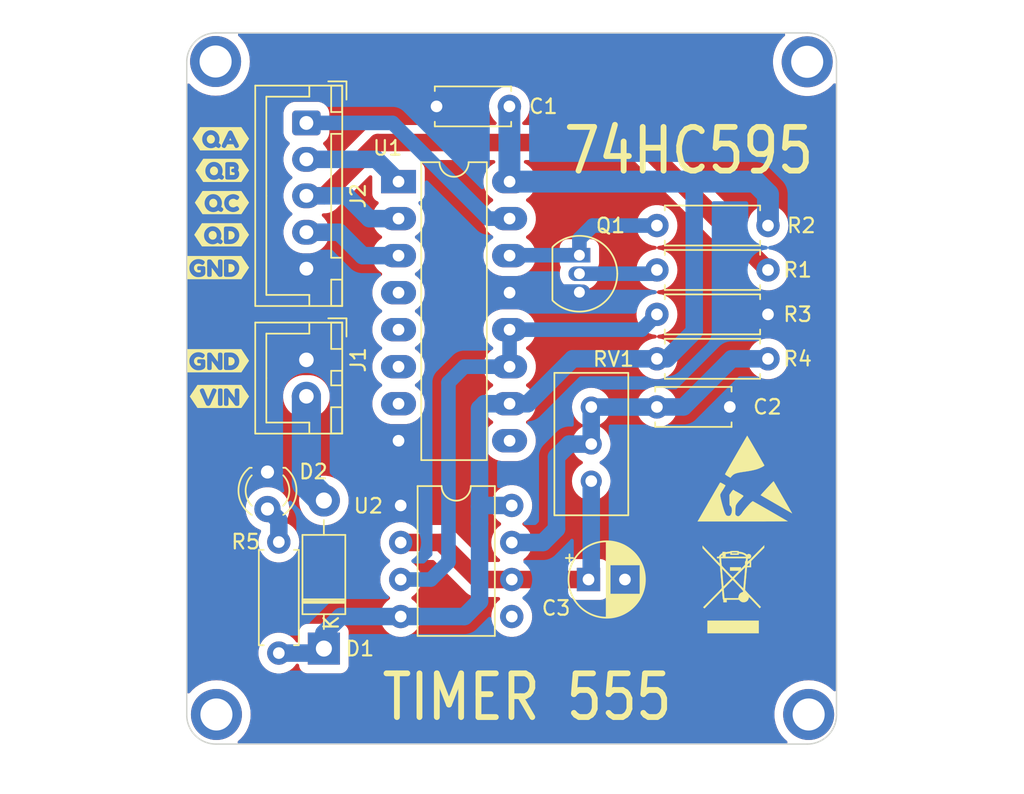
<source format=kicad_pcb>
(kicad_pcb (version 20240108) (generator "pcbnew") (generator_version "8.0")
  (layers (0 "F.Cu" signal) (31 "B.Cu" signal) (34 "B.Paste" user) (35 "F.Paste" user) (36 "B.SilkS" user "B.Silkscreen") (37 "F.SilkS" user "F.Silkscreen") (38 "B.Mask" user) (39 "F.Mask" user) (44 "Edge.Cuts" user))
  (net 0 "")
  (net 1 "+9V")
  (net 2 "GND")
  (net 3 "/Q")
  (net 4 "/SER")
  (net 5 "Net-(Q1-Pad2)")
  (net 6 "/QC")
  (net 7 "/QA")
  (net 8 "/QD")
  (net 9 "/QB")
  (net 10 "/QE")
  (net 11 "/QG")
  (net 12 "/QH")
  (net 13 "/QF")
  (net 15 "Net-(C2-Pad1)")
  (net 16 "/TR")
  (net 18 "Net-(D2-Pad2)")
  (net 19 "Net-(D1-Pad2)")
  (footprint "kibuzzard-672B08DC" (layer "F.Cu") (at 30.027702 32.54)
    (property "Reference" "kibuzzard-672B08DC" (hide yes))
    (property "Value" "G***" (hide yes))
  )
  (footprint "Package_DIP:DIP-16_W7.62mm_LongPads" (layer "F.Cu") (at 42.143556 31.099)
    (property "Reference" "U1" (at -0.747 -2.301 0) (layer "F.SilkS"))
    (property "Value" "74HC595")
    (pad "1" thru_hole rect (at 0 0) (size 2.4 1.6) (drill 0.8) (layers "*.Cu" "*.Mask") (net 9 "/QB"))
    (pad "2" thru_hole oval (at 0 2.54) (size 2.4 1.6) (drill 0.8) (layers "*.Cu" "*.Mask") (net 6 "/QC"))
    (pad "3" thru_hole oval (at 0 5.08) (size 2.4 1.6) (drill 0.8) (layers "*.Cu" "*.Mask") (net 8 "/QD"))
    (pad "4" thru_hole oval (at 0 7.62) (size 2.4 1.6) (drill 0.8) (layers "*.Cu" "*.Mask") (net 10 "/QE"))
    (pad "5" thru_hole oval (at 0 10.16) (size 2.4 1.6) (drill 0.8) (layers "*.Cu" "*.Mask") (net 13 "/QF"))
    (pad "6" thru_hole oval (at 0 12.7) (size 2.4 1.6) (drill 0.8) (layers "*.Cu" "*.Mask") (net 11 "/QG"))
    (pad "7" thru_hole oval (at 0 15.24) (size 2.4 1.6) (drill 0.8) (layers "*.Cu" "*.Mask") (net 12 "/QH"))
    (pad "8" thru_hole oval (at 0 17.78) (size 2.4 1.6) (drill 0.8) (layers "*.Cu" "*.Mask") (net 2 "GND"))
    (pad "9" thru_hole oval (at 7.62 17.78) (size 2.4 1.6) (drill 0.8) (layers "*.Cu" "*.Mask"))
    (pad "10" thru_hole oval (at 7.62 15.24) (size 2.4 1.6) (drill 0.8) (layers "*.Cu" "*.Mask") (net 1 "+9V"))
    (pad "11" thru_hole oval (at 7.62 12.7) (size 2.4 1.6) (drill 0.8) (layers "*.Cu" "*.Mask") (net 3 "/Q"))
    (pad "12" thru_hole oval (at 7.62 10.16) (size 2.4 1.6) (drill 0.8) (layers "*.Cu" "*.Mask") (net 3 "/Q"))
    (pad "13" thru_hole oval (at 7.62 7.62) (size 2.4 1.6) (drill 0.8) (layers "*.Cu" "*.Mask") (net 2 "GND"))
    (pad "14" thru_hole oval (at 7.62 5.08) (size 2.4 1.6) (drill 0.8) (layers "*.Cu" "*.Mask") (net 4 "/SER"))
    (pad "15" thru_hole oval (at 7.62 2.54) (size 2.4 1.6) (drill 0.8) (layers "*.Cu" "*.Mask") (net 7 "/QA"))
    (pad "16" thru_hole oval (at 7.62 0) (size 2.4 1.6) (drill 0.8) (layers "*.Cu" "*.Mask") (net 1 "+9V"))
  )
  (footprint "Resistor_THT:R_Axial_DIN0207_L6.3mm_D2.5mm_P7.62mm_Horizontal" (layer "F.Cu") (at 33.930556 55.828 -90)
    (property "Reference" "R5" (at -0.018 2.278 180) (layer "F.SilkS"))
    (property "Value" "330")
    (pad "1" thru_hole circle (at 0 0 270) (size 1.6 1.6) (drill 0.8) (layers "*.Cu" "*.Mask") (net 18 "Net-(D2-Pad2)"))
    (pad "2" thru_hole oval (at 7.62 0 270) (size 1.6 1.6) (drill 0.8) (layers "*.Cu" "*.Mask") (net 1 "+9V"))
  )
  (footprint "Resistor_THT:R_Axial_DIN0207_L6.3mm_D2.5mm_P7.62mm_Horizontal" (layer "F.Cu") (at 67.492556 37.162 180)
    (property "Reference" "R1" (at -2.032 0 0) (layer "F.SilkS"))
    (property "Value" "10K")
    (pad "1" thru_hole circle (at 0 0 180) (size 1.6 1.6) (drill 0.8) (layers "*.Cu" "*.Mask") (net 6 "/QC"))
    (pad "2" thru_hole oval (at 7.62 0 180) (size 1.6 1.6) (drill 0.8) (layers "*.Cu" "*.Mask") (net 5 "Net-(Q1-Pad2)"))
  )
  (footprint "MountingHole:MountingHole_2.2mm_M2_ISO7380_Pad" (layer "F.Cu") (at 70.282556 67.66)
    (property "Reference" "REF**")
    (property "Value" "MountingHole_2.2mm_M2_ISO7380_Pad")
    (pad "1" thru_hole circle (at 0 0) (size 3.5 3.5) (drill 2.2) (layers "*.Cu" "*.Mask"))
  )
  (footprint "Diode_THT:D_DO-41_SOD81_P10.16mm_Horizontal" (layer "F.Cu") (at 37.022556 63.14 90)
    (property "Reference" "D1" (at -0.01 2.47 180) (layer "F.SilkS"))
    (property "Value" "1N4007")
    (fp_text user "K" (at 1.778 0.508 90) (layer "F.SilkS"))
    (pad "1" thru_hole rect (at 0 0 90) (size 2.2 2.2) (drill 1.1) (layers "*.Cu" "*.Mask") (net 1 "+9V"))
    (pad "2" thru_hole oval (at 10.16 0 90) (size 2.2 2.2) (drill 1.1) (layers "*.Cu" "*.Mask") (net 19 "Net-(D1-Pad2)"))
  )
  (footprint "Resistor_THT:R_Axial_DIN0207_L6.3mm_D2.5mm_P7.62mm_Horizontal" (layer "F.Cu") (at 59.872556 34.114)
    (property "Reference" "R2" (at 9.906 0 0) (layer "F.SilkS"))
    (property "Value" "10K")
    (pad "1" thru_hole circle (at 0 0) (size 1.6 1.6) (drill 0.8) (layers "*.Cu" "*.Mask") (net 4 "/SER"))
    (pad "2" thru_hole oval (at 7.62 0) (size 1.6 1.6) (drill 0.8) (layers "*.Cu" "*.Mask") (net 1 "+9V"))
  )
  (footprint "LED_THT:LED_D3.0mm" (layer "F.Cu") (at 33.152556 51.025 -90)
    (property "Reference" "D2" (at -0.025 -3.15 180) (layer "F.SilkS"))
    (property "Value" "LED")
    (pad "1" thru_hole rect (at 0 0 270) (size 1.8 1.8) (drill 0.9) (layers "*.Cu" "*.Mask") (net 2 "GND"))
    (pad "2" thru_hole circle (at 2.54 0 270) (size 1.8 1.8) (drill 0.9) (layers "*.Cu" "*.Mask") (net 18 "Net-(D2-Pad2)"))
  )
  (footprint "Capacitor_THT:C_Disc_D5.0mm_W2.5mm_P5.00mm" (layer "F.Cu") (at 59.872556 46.56)
    (property "Reference" "C2" (at 7.58 0 0) (layer "F.SilkS"))
    (property "Value" "0.1UF")
    (pad "1" thru_hole circle (at 0 0) (size 1.6 1.6) (drill 0.8) (layers "*.Cu" "*.Mask") (net 15 "Net-(C2-Pad1)"))
    (pad "2" thru_hole circle (at 5 0) (size 1.6 1.6) (drill 0.8) (layers "*.Cu" "*.Mask") (net 2 "GND"))
  )
  (footprint "Package_DIP:DIP-8_W7.62mm" (layer "F.Cu") (at 42.292556 53.32)
    (property "Reference" "U2" (at -2.22 0.03 0) (layer "F.SilkS"))
    (property "Value" "NE555P")
    (pad "1" thru_hole rect (at 0 0) (size 1.6 1.6) (drill 0.8) (layers "*.Cu" "*.Mask") (net 2 "GND"))
    (pad "2" thru_hole oval (at 0 2.54) (size 1.6 1.6) (drill 0.8) (layers "*.Cu" "*.Mask") (net 16 "/TR"))
    (pad "3" thru_hole oval (at 0 5.08) (size 1.6 1.6) (drill 0.8) (layers "*.Cu" "*.Mask") (net 3 "/Q"))
    (pad "4" thru_hole oval (at 0 7.62) (size 1.6 1.6) (drill 0.8) (layers "*.Cu" "*.Mask") (net 1 "+9V"))
    (pad "5" thru_hole oval (at 7.62 7.62) (size 1.6 1.6) (drill 0.8) (layers "*.Cu" "*.Mask"))
    (pad "6" thru_hole oval (at 7.62 5.08) (size 1.6 1.6) (drill 0.8) (layers "*.Cu" "*.Mask") (net 16 "/TR"))
    (pad "7" thru_hole oval (at 7.62 2.54) (size 1.6 1.6) (drill 0.8) (layers "*.Cu" "*.Mask") (net 15 "Net-(C2-Pad1)"))
    (pad "8" thru_hole oval (at 7.62 0) (size 1.6 1.6) (drill 0.8) (layers "*.Cu" "*.Mask") (net 1 "+9V"))
  )
  (footprint "Package_TO_SOT_THT:TO-92_Inline" (layer "F.Cu") (at 54.552556 36.15 -90)
    (property "Reference" "Q1" (at -2.032 -2.138 180) (layer "F.SilkS"))
    (property "Value" "BC547")
    (pad "1" thru_hole rect (at 0 0 270) (size 1 1.5) (drill 0.75) (layers "*.Cu" "*.Mask") (net 4 "/SER"))
    (pad "2" thru_hole oval (at 1.27 0 270) (size 1 1.5) (drill 0.75) (layers "*.Cu" "*.Mask") (net 5 "Net-(Q1-Pad2)"))
    (pad "3" thru_hole oval (at 2.54 0 270) (size 1.05 1.5) (drill 0.75) (layers "*.Cu" "*.Mask") (net 2 "GND"))
  )
  (footprint "Resistor_THT:R_Axial_DIN0207_L6.3mm_D2.5mm_P7.62mm_Horizontal" (layer "F.Cu") (at 67.492556 40.21 180)
    (property "Reference" "R3" (at -2.032 0 0) (layer "F.SilkS"))
    (property "Value" "10K")
    (pad "1" thru_hole circle (at 0 0 180) (size 1.6 1.6) (drill 0.8) (layers "*.Cu" "*.Mask") (net 2 "GND"))
    (pad "2" thru_hole oval (at 7.62 0 180) (size 1.6 1.6) (drill 0.8) (layers "*.Cu" "*.Mask") (net 3 "/Q"))
  )
  (footprint "MountingHole:MountingHole_2.2mm_M2_ISO7380_Pad" (layer "F.Cu") (at 29.592556 22.86)
    (property "Reference" "REF**")
    (property "Value" "MountingHole_2.2mm_M2_ISO7380_Pad")
    (pad "1" thru_hole circle (at 0 0) (size 3.5 3.5) (drill 2.2) (layers "*.Cu" "*.Mask"))
  )
  (footprint "Potentiometer_THT:Potentiometer_Bourns_3296W_Vertical" (layer "F.Cu") (at 55.366556 46.568 90)
    (property "Reference" "RV1" (at 3.292 1.524 180) (layer "F.SilkS"))
    (property "Value" "10K")
    (pad "1" thru_hole circle (at 0 0 90) (size 1.44 1.44) (drill 0.8) (layers "*.Cu" "*.Mask") (net 15 "Net-(C2-Pad1)"))
    (pad "2" thru_hole circle (at -2.54 0 90) (size 1.44 1.44) (drill 0.8) (layers "*.Cu" "*.Mask") (net 15 "Net-(C2-Pad1)"))
    (pad "3" thru_hole circle (at -5.08 0 90) (size 1.44 1.44) (drill 0.8) (layers "*.Cu" "*.Mask") (net 16 "/TR"))
  )
  (footprint "Symbol:WEEE-Logo_4.2x6mm_SilkScreen" (layer "F.Cu") (at 65.112556 59.07)
    (property "Reference" "REF**" (hide yes))
    (property "Value" "WEEE-Logo_4.2x6mm_SilkScreen" (hide yes))
  )
  (footprint "Resistor_THT:R_Axial_DIN0207_L6.3mm_D2.5mm_P7.62mm_Horizontal" (layer "F.Cu") (at 67.492556 43.258 180)
    (property "Reference" "R4" (at -2.032 0 0) (layer "F.SilkS"))
    (property "Value" "10K")
    (pad "1" thru_hole circle (at 0 0 180) (size 1.6 1.6) (drill 0.8) (layers "*.Cu" "*.Mask") (net 15 "Net-(C2-Pad1)"))
    (pad "2" thru_hole oval (at 7.62 0 180) (size 1.6 1.6) (drill 0.8) (layers "*.Cu" "*.Mask") (net 1 "+9V"))
  )
  (footprint "kibuzzard-672B0886" (layer "F.Cu") (at 29.856028 45.84)
    (property "Reference" "kibuzzard-672B0886" (hide yes))
    (property "Value" "G***" (hide yes))
  )
  (footprint "Connector_JST:JST_XH_B2B-XH-A_1x02_P2.50mm_Vertical" (layer "F.Cu") (at 35.822556 43.33 -90)
    (property "Reference" "J1" (at 0 -3.556 -90) (layer "F.SilkS"))
    (property "Value" "Conn_01x02_Female")
    (pad "1" thru_hole roundrect (at 0 0 270) (size 1.7 2) (drill 1) (layers "*.Cu" "*.Mask") (roundrect_rratio 0.147059) (net 2 "GND"))
    (pad "2" thru_hole oval (at 2.5 0 270) (size 1.7 2) (drill 1) (layers "*.Cu" "*.Mask") (net 19 "Net-(D1-Pad2)"))
  )
  (footprint "Symbol:ESD-Logo_6.6x6mm_SilkScreen" (layer "F.Cu") (at 65.912556 51.46)
    (property "Reference" "REF**" (hide yes))
    (property "Value" "ESD-Logo_6.6x6mm_SilkScreen" (hide yes))
  )
  (footprint "Connector_JST:JST_XH_B5B-XH-A_1x05_P2.50mm_Vertical" (layer "F.Cu") (at 35.822556 27.074 -90)
    (property "Reference" "J2" (at 5 -3.55 90) (layer "F.SilkS"))
    (property "Value" "Conn_01x05_Female")
    (pad "1" thru_hole roundrect (at 0 0 270) (size 1.7 1.95) (drill 0.95) (layers "*.Cu" "*.Mask") (roundrect_rratio 0.147059) (net 7 "/QA"))
    (pad "2" thru_hole oval (at 2.5 0 270) (size 1.7 1.95) (drill 0.95) (layers "*.Cu" "*.Mask") (net 9 "/QB"))
    (pad "3" thru_hole oval (at 5 0 270) (size 1.7 1.95) (drill 0.95) (layers "*.Cu" "*.Mask") (net 6 "/QC"))
    (pad "4" thru_hole oval (at 7.5 0 270) (size 1.7 1.95) (drill 0.95) (layers "*.Cu" "*.Mask") (net 8 "/QD"))
    (pad "5" thru_hole oval (at 10 0 270) (size 1.7 1.95) (drill 0.95) (layers "*.Cu" "*.Mask") (net 2 "GND"))
  )
  (footprint "Capacitor_THT:CP_Radial_D5.0mm_P2.50mm" (layer "F.Cu") (at 55.177444 58.4)
    (property "Reference" "C3" (at -2.224888 1.96 180) (layer "F.SilkS"))
    (property "Value" "100UF")
    (pad "1" thru_hole rect (at 0 0) (size 1.6 1.6) (drill 0.8) (layers "*.Cu" "*.Mask") (net 16 "/TR"))
    (pad "2" thru_hole circle (at 2.5 0) (size 1.6 1.6) (drill 0.8) (layers "*.Cu" "*.Mask") (net 2 "GND"))
  )
  (footprint "Capacitor_THT:C_Disc_D5.0mm_W2.5mm_P5.00mm" (layer "F.Cu") (at 49.752556 25.94 180)
    (property "Reference" "C1" (at -2.326 0 0) (layer "F.SilkS"))
    (property "Value" "0.1UF")
    (pad "1" thru_hole circle (at 0 0 180) (size 1.6 1.6) (drill 0.8) (layers "*.Cu" "*.Mask") (net 1 "+9V"))
    (pad "2" thru_hole circle (at 5 0 180) (size 1.6 1.6) (drill 0.8) (layers "*.Cu" "*.Mask") (net 2 "GND"))
  )
  (footprint "MountingHole:MountingHole_2.2mm_M2_ISO7380_Pad" (layer "F.Cu") (at 29.65 67.66)
    (property "Reference" "REF**")
    (property "Value" "MountingHole_2.2mm_M2_ISO7380_Pad")
    (pad "1" thru_hole circle (at 0 0) (size 3.5 3.5) (drill 2.2) (layers "*.Cu" "*.Mask"))
  )
  (footprint "kibuzzard-672B089F" (layer "F.Cu") (at 29.77 43.39)
    (property "Reference" "kibuzzard-672B089F" (hide yes))
    (property "Value" "G***" (hide yes))
  )
  (footprint "MountingHole:MountingHole_2.2mm_M2_ISO7380_Pad" (layer "F.Cu") (at 70.182556 22.88)
    (property "Reference" "REF**")
    (property "Value" "MountingHole_2.2mm_M2_ISO7380_Pad")
    (pad "1" thru_hole circle (at 0 0) (size 3.5 3.5) (drill 2.2) (layers "*.Cu" "*.Mask"))
  )
  (footprint "kibuzzard-672B08D5" (layer "F.Cu") (at 30.007959 34.75)
    (property "Reference" "kibuzzard-672B08D5" (hide yes))
    (property "Value" "G***" (hide yes))
  )
  (footprint "kibuzzard-672B084F" (layer "F.Cu") (at 29.943868 28.16)
    (property "Reference" "kibuzzard-672B084F" (hide yes))
    (property "Value" "G***" (hide yes))
  )
  (footprint "kibuzzard-672B0903" (layer "F.Cu") (at 30.052595 30.33)
    (property "Reference" "kibuzzard-672B0903" (hide yes))
    (property "Value" "G***" (hide yes))
  )
  (footprint "kibuzzard-672B08B6" (layer "F.Cu") (at 29.77 37)
    (property "Reference" "kibuzzard-672B08B6" (hide yes))
    (property "Value" "G***" (hide yes))
  )
  (gr_line (start 27.612556 67.69) (end 27.612556 22.9) (stroke (width 0.1)) (layer "Edge.Cuts"))
  (gr_arc (start 72.192556 67.69) (mid 71.606767 69.104198) (end 70.192556 69.69) (stroke (width 0.1)) (layer "Edge.Cuts"))
  (gr_line (start 70.192556 69.69) (end 29.612556 69.69) (stroke (width 0.1)) (layer "Edge.Cuts"))
  (gr_arc (start 27.612556 22.9) (mid 28.19834 21.485771) (end 29.612556 20.9) (stroke (width 0.1)) (layer "Edge.Cuts"))
  (gr_arc (start 29.612556 69.69) (mid 28.198342 69.104214) (end 27.612556 67.69) (stroke (width 0.1)) (layer "Edge.Cuts"))
  (gr_arc (start 70.192556 20.9) (mid 71.60677 21.485786) (end 72.192556 22.9) (stroke (width 0.1)) (layer "Edge.Cuts"))
  (gr_line (start 29.612556 20.9) (end 70.192556 20.9) (stroke (width 0.1)) (layer "Edge.Cuts"))
  (gr_line (start 72.192556 22.9) (end 72.192556 67.69) (stroke (width 0.1)) (layer "Edge.Cuts"))
  (gr_text "74HC595" (at 62.052556 28.98 0) (layer "F.SilkS") (effects (font (size 3 2.5) (thickness 0.4))))
  (gr_text "TIMER 555" (at 50.962556 66.47 0) (layer "F.SilkS") (effects (font (size 3 2.5) (thickness 0.4))))
  (segment (start 49.763556 31.099) (end 62.431556 31.099) (width 1.5) (layer "B.Cu") (net 1))
  (segment (start 48.033556 46.339) (end 47.702556 46.67) (width 1.2) (layer "B.Cu") (net 1))
  (segment (start 67.492556 31.98) (end 67.492556 34.114) (width 1.5) (layer "B.Cu") (net 1))
  (segment (start 62.431556 41.391) (end 62.431556 31.099) (width 1.2) (layer "B.Cu") (net 1))
  (segment (start 49.763556 46.339) (end 48.033556 46.339) (width 1.2) (layer "B.Cu") (net 1))
  (segment (start 49.752556 25.94) (end 49.752556 31.088) (width 1.5) (layer "B.Cu") (net 1))
  (segment (start 46.662556 60.94) (end 47.702556 59.9) (width 1.2) (layer "B.Cu") (net 1))
  (segment (start 47.702556 53.38) (end 47.702556 54.57) (width 1.2) (layer "B.Cu") (net 1))
  (segment (start 49.763556 46.339) (end 51.011 46.339) (width 1.2) (layer "B.Cu") (net 1))
  (segment (start 51.011 46.339) (end 54.092 43.258) (width 1.2) (layer "B.Cu") (net 1))
  (segment (start 49.752556 31.088) (end 49.763556 31.099) (width 1) (layer "B.Cu") (net 1))
  (segment (start 38.172556 60.94) (end 37.022556 62.09) (width 1.2) (layer "B.Cu") (net 1))
  (segment (start 42.292556 60.94) (end 46.662556 60.94) (width 1.2) (layer "B.Cu") (net 1))
  (segment (start 59.872556 43.258) (end 60.564556 43.258) (width 1.2) (layer "B.Cu") (net 1))
  (segment (start 47.762556 53.32) (end 49.912556 53.32) (width 1.2) (layer "B.Cu") (net 1))
  (segment (start 37.022556 62.09) (end 37.022556 63.14) (width 1.2) (layer "B.Cu") (net 1))
  (segment (start 33.930556 63.448) (end 36.714556 63.448) (width 1.2) (layer "B.Cu") (net 1))
  (segment (start 54.092 43.258) (end 59.872556 43.258) (width 1.2) (layer "B.Cu") (net 1))
  (segment (start 60.564556 43.258) (end 62.431556 41.391) (width 1.2) (layer "B.Cu") (net 1))
  (segment (start 62.431556 31.099) (end 66.611556 31.099) (width 1.5) (layer "B.Cu") (net 1))
  (segment (start 36.714556 63.448) (end 37.022556 63.14) (width 1.2) (layer "B.Cu") (net 1))
  (segment (start 47.702556 59.9) (end 47.702556 54.57) (width 1.2) (layer "B.Cu") (net 1))
  (segment (start 47.702556 46.67) (end 47.702556 53.38) (width 1.2) (layer "B.Cu") (net 1))
  (segment (start 47.702556 53.38) (end 47.762556 53.32) (width 1.2) (layer "B.Cu") (net 1))
  (segment (start 66.611556 31.099) (end 67.492556 31.98) (width 1.5) (layer "B.Cu") (net 1))
  (segment (start 42.292556 60.94) (end 38.172556 60.94) (width 1.2) (layer "B.Cu") (net 1))
  (segment (start 49.763556 38.719) (end 49.789076 38.74452) (width 1.2) (layer "B.Cu") (net 2))
  (segment (start 49.789076 38.74452) (end 54.552556 38.74452) (width 1.2) (layer "B.Cu") (net 2))
  (segment (start 44.36 58.4) (end 45.57 57.19) (width 1) (layer "B.Cu") (net 3))
  (segment (start 45.57 44.88) (end 46.651 43.799) (width 1) (layer "B.Cu") (net 3))
  (segment (start 45.57 57.19) (end 45.57 44.88) (width 1) (layer "B.Cu") (net 3))
  (segment (start 42.292556 58.4) (end 44.36 58.4) (width 1) (layer "B.Cu") (net 3))
  (segment (start 58.823556 41.259) (end 59.872556 40.21) (width 1) (layer "B.Cu") (net 3))
  (segment (start 49.763556 41.259) (end 58.823556 41.259) (width 1) (layer "B.Cu") (net 3))
  (segment (start 49.763556 43.799) (end 49.763556 41.259) (width 1) (layer "B.Cu") (net 3))
  (segment (start 46.651 43.799) (end 49.763556 43.799) (width 1) (layer "B.Cu") (net 3))
  (segment (start 54.552556 35.03) (end 55.468556 34.114) (width 1) (layer "B.Cu") (net 4))
  (segment (start 54.552556 36.15) (end 54.552556 35.03) (width 1) (layer "B.Cu") (net 4))
  (segment (start 54.552556 36.15) (end 49.792556 36.15) (width 1) (layer "B.Cu") (net 4))
  (segment (start 55.468556 34.114) (end 59.872556 34.114) (width 1) (layer "B.Cu") (net 4))
  (segment (start 49.792556 36.15) (end 49.763556 36.179) (width 1) (layer "B.Cu") (net 4))
  (segment (start 54.552556 37.42) (end 59.614556 37.42) (width 1) (layer "B.Cu") (net 5))
  (segment (start 59.614556 37.42) (end 59.872556 37.162) (width 1) (layer "B.Cu") (net 5))
  (segment (start 37.056 32.074) (end 40.71 28.42) (width 1.2) (layer "F.Cu") (net 6))
  (segment (start 40.71 28.42) (end 58.750556 28.42) (width 1.2) (layer "F.Cu") (net 6))
  (segment (start 58.750556 28.42) (end 67.492556 37.162) (width 1.2) (layer "F.Cu") (net 6))
  (segment (start 35.822556 32.074) (end 37.056 32.074) (width 1.2) (layer "F.Cu") (net 6))
  (segment (start 40.141556 33.639) (end 38.576556 32.074) (width 1.2) (layer "B.Cu") (net 6))
  (segment (start 42.143556 33.639) (end 40.141556 33.639) (width 1.2) (layer "B.Cu") (net 6))
  (segment (start 38.576556 32.074) (end 35.822556 32.074) (width 1.2) (layer "B.Cu") (net 6))
  (segment (start 35.822556 27.074) (end 41.734 27.074) (width 1) (layer "B.Cu") (net 7))
  (segment (start 41.734 27.074) (end 48.299 33.639) (width 1) (layer "B.Cu") (net 7))
  (segment (start 48.299 33.639) (end 49.763556 33.639) (width 1) (layer "B.Cu") (net 7))
  (segment (start 38.076556 34.574) (end 35.822556 34.574) (width 1.2) (layer "B.Cu") (net 8))
  (segment (start 42.143556 36.179) (end 39.681556 36.179) (width 1.2) (layer "B.Cu") (net 8))
  (segment (start 39.681556 36.179) (end 38.076556 34.574) (width 1.2) (layer "B.Cu") (net 8))
  (segment (start 42.143556 31.099) (end 40.618556 29.574) (width 1.2) (layer "B.Cu") (net 9))
  (segment (start 40.618556 29.574) (end 35.822556 29.574) (width 1.2) (layer "B.Cu") (net 9))
  (segment (start 59.864556 46.568) (end 59.872556 46.56) (width 1.2) (layer "B.Cu") (net 15))
  (segment (start 65.002 43.258) (end 67.492556 43.258) (width 1.2) (layer "B.Cu") (net 15))
  (segment (start 49.912556 55.86) (end 52.052556 55.86) (width 1.2) (layer "B.Cu") (net 15))
  (segment (start 61.7 46.56) (end 65.002 43.258) (width 1.2) (layer "B.Cu") (net 15))
  (segment (start 53.854556 49.108) (end 55.366556 49.108) (width 1.2) (layer "B.Cu") (net 15))
  (segment (start 52.052556 55.86) (end 52.982556 54.93) (width 1.2) (layer "B.Cu") (net 15))
  (segment (start 59.872556 46.56) (end 61.7 46.56) (width 1.2) (layer "B.Cu") (net 15))
  (segment (start 55.366556 46.568) (end 59.864556 46.568) (width 1.2) (layer "B.Cu") (net 15))
  (segment (start 52.982556 49.98) (end 53.854556 49.108) (width 1.2) (layer "B.Cu") (net 15))
  (segment (start 55.366556 49.108) (end 55.366556 46.568) (width 1.2) (layer "B.Cu") (net 15))
  (segment (start 52.982556 54.93) (end 52.982556 49.98) (width 1.2) (layer "B.Cu") (net 15))
  (segment (start 47.59 58.4) (end 45.05 55.86) (width 1.2) (layer "F.Cu") (net 16))
  (segment (start 45.05 55.86) (end 42.292556 55.86) (width 1.2) (layer "F.Cu") (net 16))
  (segment (start 49.912556 58.4) (end 47.59 58.4) (width 1.2) (layer "F.Cu") (net 16))
  (segment (start 55.177444 58.4) (end 49.912556 58.4) (width 1.2) (layer "F.Cu") (net 16))
  (segment (start 55.366556 51.648) (end 55.366556 58.210888) (width 1.2) (layer "B.Cu") (net 16))
  (segment (start 55.366556 58.210888) (end 55.177444 58.4) (width 1.2) (layer "B.Cu") (net 16))
  (segment (start 33.930556 55.828) (end 33.930556 54.343) (width 1.2) (layer "B.Cu") (net 18))
  (segment (start 33.930556 54.343) (end 33.152556 53.565) (width 1.2) (layer "B.Cu") (net 18))
  (segment (start 35.822556 51.78) (end 35.822556 45.83) (width 2) (layer "B.Cu") (net 19))
  (segment (start 37.022556 52.98) (end 35.822556 51.78) (width 2) (layer "B.Cu") (net 19))
  (zone (net 2) (net_name "GND") (layers "F&B.Cu") (connect_pads yes (clearance 0.6)) (min_thickness 0.25) (fill yes (thermal_gap 0.5) (thermal_bridge_width 0.5))
    (polygon (pts (xy 23.48 18.64) (xy 75.19 18.64) (xy 75.19 73.14) (xy 23.48 73.14)))
  )
)
</source>
